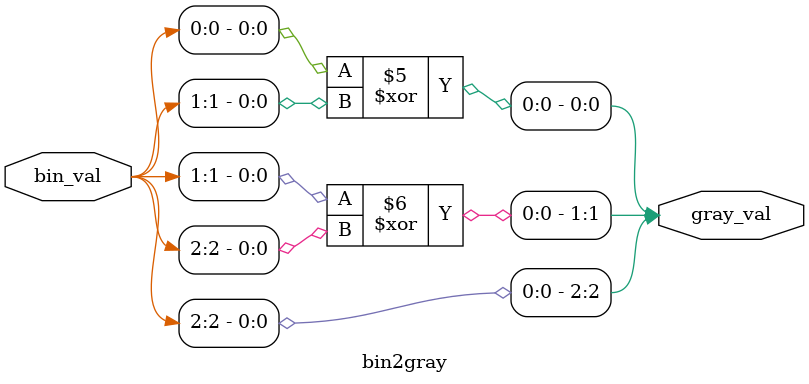
<source format=sv>
module bin2gray
#(
  parameter W = 3
)
(
  input logic [W - 1 : 0] bin_val,
  output logic [W - 1 : 0] gray_val
);

  always_comb begin
    for (int i = 0; i < W - 1; i++) begin
      gray_val[i] = bin_val[i] ^ bin_val[i + 1];
    end
    gray_val[W - 1] = bin_val[W - 1];
  end
endmodule

</source>
